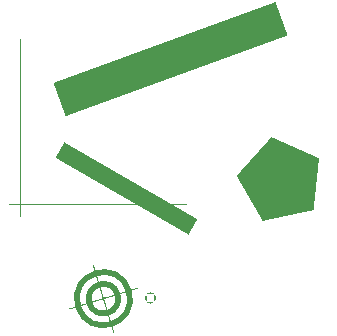
<source format=gbr>
G04 ================================================================================================
Copyright (C) 2025 Tony Luken <tonyluken62+gerberfilereader.gmail.com>

This file is part of GerberFileReader.

GerberFileReader is free software: you can redistribute it and/or modify it under the terms of
the GNU General Public License as published by the Free Software Foundation, either version 3 of
the License, or (at your option) any later version.

GerberFileReader is distributed in the hope that it will be useful, but WITHOUT ANY WARRANTY; 
without even the implied warranty of MERCHANTABILITY or FITNESS FOR A PARTICULAR PURPOSE. See the
GNU General Public License for more details.

You should have received a copy of the GNU General Public License along with GerberFileReader. If
not, see <http://www.gnu.org/licenses/>.
===================================================================================================*

G04 Demonstrate various macro primitives using CRLF line endings*

G04 Set coordinate format and units*
%FSLAX26Y26*%
%MOMM*%

G04 Demo Lower Left Line Primitive*
%AMRectangle*
22,1,20,3,8,5,20*%

G04 Demo Center Line Primitive*
%AMRectangle2*
21,1,13,1.5,4,5,-30*%

G04 Demo Moire Primitive*
%AMMoire*
6,3,-7,5,0.5,0.5,2,0.1,6,17*%

G04 Demo Thermal Primitive*
%AMThermal*
7,3,-5,0.95,0.75,0.175,45.0*%

G04 Demo Polygon Primitive*
%AMPolygon*
5,1,5,7,-3,7.5,30*%

G04 Create the apertures*
%ADD11C,0.1*%
%ADD14Rectangle*%
%ADD15Rectangle2*%
%ADD16Moire*%
%ADD17Thermal*%
%ADD18Polygon*%

G04 Linear draw mode and dark polarity*
G01*
%LPD*%

G04 Create the image*
D11*
X-1000000Y0D02*
X14000000Y0D01*
X0Y-1000000D02*
X0Y14000000D01*
D14*
X-2000000Y0D03*
D15*
X3000000Y-1000000D03*
D16*
X4000000Y-1000000D03*
D17*
X8000000Y-3000000D03*
D18*
X15000000Y5000000D03*

M02*

</source>
